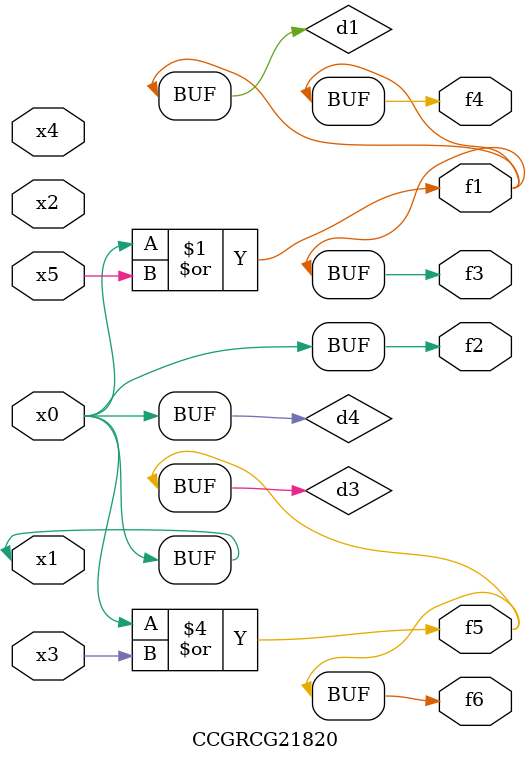
<source format=v>
module CCGRCG21820(
	input x0, x1, x2, x3, x4, x5,
	output f1, f2, f3, f4, f5, f6
);

	wire d1, d2, d3, d4;

	or (d1, x0, x5);
	xnor (d2, x1, x4);
	or (d3, x0, x3);
	buf (d4, x0, x1);
	assign f1 = d1;
	assign f2 = d4;
	assign f3 = d1;
	assign f4 = d1;
	assign f5 = d3;
	assign f6 = d3;
endmodule

</source>
